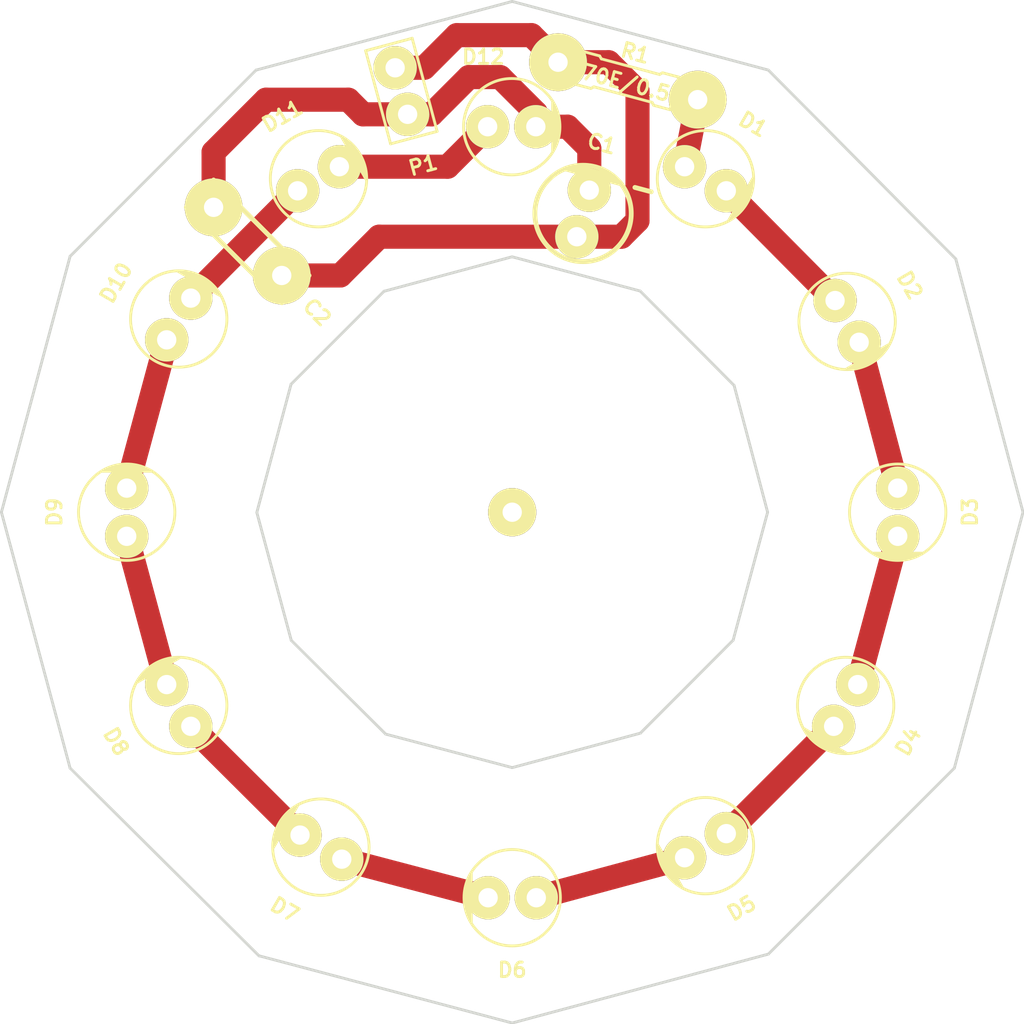
<source format=kicad_pcb>
(kicad_pcb (version 3) (host pcbnew "(2013-03-15 BZR 4003)-stable")

  (general
    (links 18)
    (no_connects 0)
    (area 74.600999 74.600999 128.599001 128.599001)
    (thickness 1.6)
    (drawings 39)
    (tracks 39)
    (zones 0)
    (modules 17)
    (nets 15)
  )

  (page A3)
  (layers
    (15 F.Cu signal)
    (0 B.Cu signal)
    (16 B.Adhes user)
    (17 F.Adhes user)
    (18 B.Paste user)
    (19 F.Paste user)
    (20 B.SilkS user)
    (21 F.SilkS user)
    (22 B.Mask user)
    (23 F.Mask user)
    (24 Dwgs.User user)
    (25 Cmts.User user)
    (26 Eco1.User user)
    (27 Eco2.User user)
    (28 Edge.Cuts user)
  )

  (setup
    (last_trace_width 0.254)
    (user_trace_width 0.254)
    (user_trace_width 0.381)
    (user_trace_width 0.508)
    (user_trace_width 0.762)
    (trace_clearance 0.254)
    (zone_clearance 0.508)
    (zone_45_only yes)
    (trace_min 0.254)
    (segment_width 0.1524)
    (edge_width 0.1524)
    (via_size 0.889)
    (via_drill 0.635)
    (via_min_size 0.889)
    (via_min_drill 0.508)
    (uvia_size 0.508)
    (uvia_drill 0.127)
    (uvias_allowed no)
    (uvia_min_size 0.508)
    (uvia_min_drill 0.127)
    (pcb_text_width 0.3048)
    (pcb_text_size 0.762 0.762)
    (mod_edge_width 0.1524)
    (mod_text_size 0.762 0.762)
    (mod_text_width 0.1524)
    (pad_size 2.286 2.286)
    (pad_drill 1.016)
    (pad_to_mask_clearance 0)
    (aux_axis_origin 101.6 101.6)
    (visible_elements 7FFFF7BF)
    (pcbplotparams
      (layerselection 268468224)
      (usegerberextensions true)
      (excludeedgelayer false)
      (linewidth 152400)
      (plotframeref false)
      (viasonmask false)
      (mode 1)
      (useauxorigin true)
      (hpglpennumber 1)
      (hpglpenspeed 20)
      (hpglpendiameter 15)
      (hpglpenoverlay 2)
      (psnegative false)
      (psa4output false)
      (plotreference true)
      (plotvalue true)
      (plotothertext true)
      (plotinvisibletext false)
      (padsonsilk false)
      (subtractmaskfromsilk false)
      (outputformat 1)
      (mirror false)
      (drillshape 0)
      (scaleselection 1)
      (outputdirectory Illum_Gerb/))
  )

  (net 0 "")
  (net 1 /+48V)
  (net 2 /GND)
  (net 3 N-000001)
  (net 4 N-0000010)
  (net 5 N-0000011)
  (net 6 N-0000012)
  (net 7 N-0000013)
  (net 8 N-0000014)
  (net 9 N-000002)
  (net 10 N-000003)
  (net 11 N-000004)
  (net 12 N-000006)
  (net 13 N-000008)
  (net 14 N-000009)

  (net_class Default "This is the default net class."
    (clearance 0.254)
    (trace_width 0.254)
    (via_dia 0.889)
    (via_drill 0.635)
    (uvia_dia 0.508)
    (uvia_drill 0.127)
    (add_net "")
  )

  (net_class 15mil ""
    (clearance 0.254)
    (trace_width 0.381)
    (via_dia 0.889)
    (via_drill 0.635)
    (uvia_dia 0.508)
    (uvia_drill 0.127)
  )

  (net_class 20mil ""
    (clearance 0.254)
    (trace_width 0.508)
    (via_dia 0.889)
    (via_drill 0.635)
    (uvia_dia 0.508)
    (uvia_drill 0.127)
  )

  (net_class 30mil ""
    (clearance 0.254)
    (trace_width 0.762)
    (via_dia 0.889)
    (via_drill 0.635)
    (uvia_dia 0.508)
    (uvia_drill 0.127)
  )

  (net_class 50mil ""
    (clearance 0.254)
    (trace_width 1.27)
    (via_dia 0.889)
    (via_drill 0.635)
    (uvia_dia 0.508)
    (uvia_drill 0.127)
    (add_net /+48V)
    (add_net /GND)
    (add_net N-000001)
    (add_net N-0000010)
    (add_net N-0000011)
    (add_net N-0000012)
    (add_net N-0000013)
    (add_net N-0000014)
    (add_net N-000002)
    (add_net N-000003)
    (add_net N-000004)
    (add_net N-000006)
    (add_net N-000008)
    (add_net N-000009)
  )

  (net_class 80mil ""
    (clearance 0.254)
    (trace_width 2.032)
    (via_dia 0.889)
    (via_drill 0.635)
    (uvia_dia 0.508)
    (uvia_drill 0.127)
  )

  (module 1pin (layer F.Cu) (tedit 51A9951D) (tstamp 51A855AB)
    (at 101.6 101.6)
    (fp_text reference 1pin (at 0 0.508) (layer F.SilkS) hide
      (effects (font (size 0.762 0.762) (thickness 0.1524)))
    )
    (fp_text value VAL** (at 0 -0.508) (layer F.SilkS) hide
      (effects (font (size 0.762 0.762) (thickness 0.1524)))
    )
    (pad 1 thru_hole circle (at 0 0) (size 2.54 2.54) (drill 1.016)
      (layers *.Cu *.Mask F.SilkS)
    )
  )

  (module cnp_7.5mm_disc (layer F.Cu) (tedit 51B59EB9) (tstamp 51A0A6B4)
    (at 87.6554 87.3252 135)
    (descr "7.5mm disc ceramic capacitor")
    (tags C)
    (path /51A09D50)
    (fp_text reference C2 (at -5.226509 -0.053882 135) (layer F.SilkS)
      (effects (font (size 0.762 0.762) (thickness 0.1524)))
    )
    (fp_text value 10nF/63V (at 0 -2.286 135) (layer F.SilkS) hide
      (effects (font (size 0.762 0.762) (thickness 0.1524)))
    )
    (fp_line (start -3.556 -1.016) (end -3.556 1.016) (layer F.SilkS) (width 0.24892))
    (fp_line (start -3.556 1.016) (end 3.556 1.016) (layer F.SilkS) (width 0.24892))
    (fp_line (start 3.556 1.016) (end 3.556 -1.016) (layer F.SilkS) (width 0.24892))
    (fp_line (start 3.556 -1.016) (end -3.556 -1.016) (layer F.SilkS) (width 0.24892))
    (pad 1 thru_hole circle (at -2.54 0 135) (size 3.048 3.048) (drill 1.016)
      (layers *.Cu *.Mask F.SilkS)
      (net 1 /+48V)
    )
    (pad 2 thru_hole circle (at 2.54 0 135) (size 3.048 3.048) (drill 1.016)
      (layers *.Cu *.Mask F.SilkS)
      (net 2 /GND)
    )
    (model discret/capacitor/cnp_7.5mm_disc.wrl
      (at (xyz 0 0 0))
      (scale (xyz 1 1 1))
      (rotate (xyz 0 0 0))
    )
  )

  (module CP_5x11mm (layer F.Cu) (tedit 51B59EBE) (tstamp 51A0AA7D)
    (at 105.3338 85.852 345)
    (descr "Capacitor, pol, cyl 5x11mm")
    (path /51A0AAAD)
    (fp_text reference C1 (at 0 -3.81 345) (layer F.SilkS)
      (effects (font (size 0.762 0.762) (thickness 0.1524)))
    )
    (fp_text value 100nF/63V (at 0 3.81 345) (layer F.SilkS) hide
      (effects (font (size 0.762 0.762) (thickness 0.1524)))
    )
    (fp_line (start 2.286 -2.032) (end 3.175 -2.032) (layer F.SilkS) (width 0.254))
    (fp_line (start 1.016 -2.286) (end -1.016 -2.286) (layer F.SilkS) (width 0.254))
    (fp_line (start -1.016 -2.286) (end -1.016 -2.159) (layer F.SilkS) (width 0.254))
    (fp_line (start -1.016 -2.159) (end 1.016 -2.159) (layer F.SilkS) (width 0.254))
    (fp_line (start -1.524 -2.032) (end 1.524 -2.032) (layer F.SilkS) (width 0.254))
    (fp_circle (center 0 0) (end -2.54 0) (layer F.SilkS) (width 0.254))
    (pad 1 thru_hole circle (at 0 1.27 345) (size 2.286 2.286) (drill 1.016)
      (layers *.Cu *.Mask F.SilkS)
      (net 1 /+48V)
    )
    (pad 2 thru_hole circle (at 0 -1.27 345) (size 2.286 2.286) (drill 1.016)
      (layers *.Cu *.Mask F.SilkS)
      (net 2 /GND)
    )
    (model discret/capacitor/cp_5x11mm.wrl
      (at (xyz 0 0 0))
      (scale (xyz 1 1 1))
      (rotate (xyz 0 0 0))
    )
  )

  (module RC03 (layer F.Cu) (tedit 51ADAC17) (tstamp 51A0A9B8)
    (at 107.696 78.867 345)
    (descr "Resistor, RC03")
    (tags R)
    (path /51A09C36)
    (autoplace_cost180 10)
    (attr smd)
    (fp_text reference R1 (at 0 -1.524 345) (layer F.SilkS)
      (effects (font (size 0.762 0.762) (thickness 0.1524)))
    )
    (fp_text value 470E/0.5W (at 0 0.127 345) (layer F.SilkS)
      (effects (font (size 0.762 0.762) (thickness 0.1524)))
    )
    (fp_line (start 2.54 -0.889) (end 2.54 0.889) (layer F.SilkS) (width 0.15))
    (fp_line (start -2.667 0.889) (end -2.667 -0.889) (layer F.SilkS) (width 0.15))
    (fp_line (start 1.524 0.762) (end -1.651 0.762) (layer F.SilkS) (width 0.15))
    (fp_line (start -1.651 -0.762) (end 1.524 -0.762) (layer F.SilkS) (width 0.15))
    (fp_line (start 2.54 0) (end 3.048 0) (layer F.SilkS) (width 0.15))
    (fp_line (start -2.667 0) (end -3.048 0) (layer F.SilkS) (width 0.15))
    (fp_line (start -1.778 -0.889) (end -2.667 -0.889) (layer F.SilkS) (width 0.15))
    (fp_line (start -1.651 -0.762) (end -1.778 -0.889) (layer F.SilkS) (width 0.15))
    (fp_line (start 1.651 -0.889) (end 1.524 -0.762) (layer F.SilkS) (width 0.15))
    (fp_line (start 2.54 -0.889) (end 1.651 -0.889) (layer F.SilkS) (width 0.15))
    (fp_line (start 1.651 0.889) (end 2.54 0.889) (layer F.SilkS) (width 0.15))
    (fp_line (start 1.524 0.762) (end 1.651 0.889) (layer F.SilkS) (width 0.15))
    (fp_line (start -1.778 0.889) (end -1.651 0.762) (layer F.SilkS) (width 0.15))
    (fp_line (start -2.667 0.889) (end -1.778 0.889) (layer F.SilkS) (width 0.15))
    (pad 1 thru_hole circle (at -3.81 -0.000001 345) (size 3.048 3.048) (drill 1.016)
      (layers *.Cu *.Mask F.SilkS)
      (net 1 /+48V)
    )
    (pad 2 thru_hole circle (at 3.81 0.000001 345) (size 3.048 3.048) (drill 1.016)
      (layers *.Cu *.Mask F.SilkS)
      (net 3 N-000001)
    )
    (model BatMon_Libs/BatMon_3D/rc03.wrl
      (at (xyz 0 0 0))
      (scale (xyz 1 1 1))
      (rotate (xyz 0 0 0))
    )
  )

  (module SIL-2 (layer F.Cu) (tedit 51B59E9F) (tstamp 51A0B0DC)
    (at 95.758 79.4004 285)
    (descr "Connecteurs 2 pins")
    (tags "CONN DEV")
    (path /51A09C5E)
    (fp_text reference P1 (at 4.074146 -0.091657 375) (layer F.SilkS)
      (effects (font (size 0.762 0.762) (thickness 0.1524)))
    )
    (fp_text value 48V_DC (at 0 -2.54 285) (layer F.SilkS) hide
      (effects (font (size 0.762 0.762) (thickness 0.1524)))
    )
    (fp_line (start -2.54 -1.27) (end -2.54 1.27) (layer F.SilkS) (width 0.15))
    (fp_line (start -2.54 1.27) (end 2.54 1.27) (layer F.SilkS) (width 0.15))
    (fp_line (start 2.54 1.27) (end 2.54 -1.27) (layer F.SilkS) (width 0.15))
    (fp_line (start 2.54 -1.27) (end -2.54 -1.27) (layer F.SilkS) (width 0.15))
    (pad 1 thru_hole circle (at -1.27 0 285) (size 2.286 2.286) (drill 1.016)
      (layers *.Cu *.Mask F.SilkS)
      (net 1 /+48V)
    )
    (pad 2 thru_hole circle (at 1.27 0 285) (size 2.286 2.286) (drill 1.016)
      (layers *.Cu *.Mask F.SilkS)
      (net 2 /GND)
    )
  )

  (module LED_5mm (layer F.Cu) (tedit 51B59E92) (tstamp 51A0A6DC)
    (at 111.7854 84.0232 330)
    (descr "Led verticale diam 6mm")
    (tags "LED DEV")
    (path /51A09B84)
    (fp_text reference D1 (at 0.742607 -3.742966 330) (layer F.SilkS)
      (effects (font (size 0.762 0.762) (thickness 0.1524)))
    )
    (fp_text value LED (at 0 -3.81 330) (layer F.SilkS) hide
      (effects (font (size 0.762 0.762) (thickness 0.1524)))
    )
    (fp_line (start 2.413 -0.635) (end 2.413 0.762) (layer F.SilkS) (width 0.15))
    (fp_line (start 2.286 -1.016) (end 2.286 1.016) (layer F.SilkS) (width 0.15))
    (fp_line (start 2.159 -1.27) (end 2.159 1.27) (layer F.SilkS) (width 0.15))
    (fp_circle (center 0 0) (end -2.54 0) (layer F.SilkS) (width 0.15))
    (pad 1 thru_hole circle (at -1.27 0 330) (size 2.286 2.286) (drill 1.016)
      (layers *.Cu *.Mask F.SilkS)
      (net 3 N-000001)
    )
    (pad 2 thru_hole circle (at 1.27 0 330) (size 2.286 2.286) (drill 1.016)
      (layers *.Cu *.Mask F.SilkS)
      (net 8 N-0000014)
    )
    (model discret/led5_vertical.wrl
      (at (xyz 0 0 0))
      (scale (xyz 1 1 1))
      (rotate (xyz 0 0 0))
    )
  )

  (module LED_5mm (layer F.Cu) (tedit 51ADAED4) (tstamp 51A0A6E6)
    (at 119.253 91.5416 300)
    (descr "Led verticale diam 6mm")
    (tags "LED DEV")
    (path /51A09B91)
    (fp_text reference D2 (at 0 -3.81 300) (layer F.SilkS)
      (effects (font (size 0.762 0.762) (thickness 0.1524)))
    )
    (fp_text value LED (at 0 -3.81 300) (layer F.SilkS) hide
      (effects (font (size 0.762 0.762) (thickness 0.1524)))
    )
    (fp_line (start 2.413 -0.635) (end 2.413 0.762) (layer F.SilkS) (width 0.15))
    (fp_line (start 2.286 -1.016) (end 2.286 1.016) (layer F.SilkS) (width 0.15))
    (fp_line (start 2.159 -1.27) (end 2.159 1.27) (layer F.SilkS) (width 0.15))
    (fp_circle (center 0 0) (end -2.54 0) (layer F.SilkS) (width 0.15))
    (pad 1 thru_hole circle (at -1.27 0 300) (size 2.286 2.286) (drill 1.016)
      (layers *.Cu *.Mask F.SilkS)
      (net 8 N-0000014)
    )
    (pad 2 thru_hole circle (at 1.27 0 300) (size 2.286 2.286) (drill 1.016)
      (layers *.Cu *.Mask F.SilkS)
      (net 7 N-0000013)
    )
    (model discret/led5_vertical.wrl
      (at (xyz 0 0 0))
      (scale (xyz 1 1 1))
      (rotate (xyz 0 0 0))
    )
  )

  (module LED_5mm (layer F.Cu) (tedit 51ADAED4) (tstamp 51A0A6F0)
    (at 121.92 101.6 270)
    (descr "Led verticale diam 6mm")
    (tags "LED DEV")
    (path /51A09B97)
    (fp_text reference D3 (at 0 -3.81 270) (layer F.SilkS)
      (effects (font (size 0.762 0.762) (thickness 0.1524)))
    )
    (fp_text value LED (at 0 -3.81 270) (layer F.SilkS) hide
      (effects (font (size 0.762 0.762) (thickness 0.1524)))
    )
    (fp_line (start 2.413 -0.635) (end 2.413 0.762) (layer F.SilkS) (width 0.15))
    (fp_line (start 2.286 -1.016) (end 2.286 1.016) (layer F.SilkS) (width 0.15))
    (fp_line (start 2.159 -1.27) (end 2.159 1.27) (layer F.SilkS) (width 0.15))
    (fp_circle (center 0 0) (end -2.54 0) (layer F.SilkS) (width 0.15))
    (pad 1 thru_hole circle (at -1.27 0 270) (size 2.286 2.286) (drill 1.016)
      (layers *.Cu *.Mask F.SilkS)
      (net 7 N-0000013)
    )
    (pad 2 thru_hole circle (at 1.27 0 270) (size 2.286 2.286) (drill 1.016)
      (layers *.Cu *.Mask F.SilkS)
      (net 6 N-0000012)
    )
    (model discret/led5_vertical.wrl
      (at (xyz 0 0 0))
      (scale (xyz 1 1 1))
      (rotate (xyz 0 0 0))
    )
  )

  (module LED_5mm (layer F.Cu) (tedit 51ADAED4) (tstamp 51A0A6FA)
    (at 119.1768 111.7854 240)
    (descr "Led verticale diam 6mm")
    (tags "LED DEV")
    (path /51A09B9D)
    (fp_text reference D4 (at 0 -3.81 240) (layer F.SilkS)
      (effects (font (size 0.762 0.762) (thickness 0.1524)))
    )
    (fp_text value LED (at 0 -3.81 240) (layer F.SilkS) hide
      (effects (font (size 0.762 0.762) (thickness 0.1524)))
    )
    (fp_line (start 2.413 -0.635) (end 2.413 0.762) (layer F.SilkS) (width 0.15))
    (fp_line (start 2.286 -1.016) (end 2.286 1.016) (layer F.SilkS) (width 0.15))
    (fp_line (start 2.159 -1.27) (end 2.159 1.27) (layer F.SilkS) (width 0.15))
    (fp_circle (center 0 0) (end -2.54 0) (layer F.SilkS) (width 0.15))
    (pad 1 thru_hole circle (at -1.27 0 240) (size 2.286 2.286) (drill 1.016)
      (layers *.Cu *.Mask F.SilkS)
      (net 6 N-0000012)
    )
    (pad 2 thru_hole circle (at 1.27 0 240) (size 2.286 2.286) (drill 1.016)
      (layers *.Cu *.Mask F.SilkS)
      (net 5 N-0000011)
    )
    (model discret/led5_vertical.wrl
      (at (xyz 0 0 0))
      (scale (xyz 1 1 1))
      (rotate (xyz 0 0 0))
    )
  )

  (module LED_5mm (layer F.Cu) (tedit 51ADAED4) (tstamp 51A0A704)
    (at 111.7854 119.1768 210)
    (descr "Led verticale diam 6mm")
    (tags "LED DEV")
    (path /51A09BA3)
    (fp_text reference D5 (at 0 -3.81 210) (layer F.SilkS)
      (effects (font (size 0.762 0.762) (thickness 0.1524)))
    )
    (fp_text value LED (at 0 -3.81 210) (layer F.SilkS) hide
      (effects (font (size 0.762 0.762) (thickness 0.1524)))
    )
    (fp_line (start 2.413 -0.635) (end 2.413 0.762) (layer F.SilkS) (width 0.15))
    (fp_line (start 2.286 -1.016) (end 2.286 1.016) (layer F.SilkS) (width 0.15))
    (fp_line (start 2.159 -1.27) (end 2.159 1.27) (layer F.SilkS) (width 0.15))
    (fp_circle (center 0 0) (end -2.54 0) (layer F.SilkS) (width 0.15))
    (pad 1 thru_hole circle (at -1.27 0 210) (size 2.286 2.286) (drill 1.016)
      (layers *.Cu *.Mask F.SilkS)
      (net 5 N-0000011)
    )
    (pad 2 thru_hole circle (at 1.27 0 210) (size 2.286 2.286) (drill 1.016)
      (layers *.Cu *.Mask F.SilkS)
      (net 11 N-000004)
    )
    (model discret/led5_vertical.wrl
      (at (xyz 0 0 0))
      (scale (xyz 1 1 1))
      (rotate (xyz 0 0 0))
    )
  )

  (module LED_5mm (layer F.Cu) (tedit 51ADAED4) (tstamp 51A0A70E)
    (at 101.6 121.92 180)
    (descr "Led verticale diam 6mm")
    (tags "LED DEV")
    (path /51A09BA9)
    (fp_text reference D6 (at 0 -3.81 180) (layer F.SilkS)
      (effects (font (size 0.762 0.762) (thickness 0.1524)))
    )
    (fp_text value LED (at 0 -3.81 180) (layer F.SilkS) hide
      (effects (font (size 0.762 0.762) (thickness 0.1524)))
    )
    (fp_line (start 2.413 -0.635) (end 2.413 0.762) (layer F.SilkS) (width 0.15))
    (fp_line (start 2.286 -1.016) (end 2.286 1.016) (layer F.SilkS) (width 0.15))
    (fp_line (start 2.159 -1.27) (end 2.159 1.27) (layer F.SilkS) (width 0.15))
    (fp_circle (center 0 0) (end -2.54 0) (layer F.SilkS) (width 0.15))
    (pad 1 thru_hole circle (at -1.27 0 180) (size 2.286 2.286) (drill 1.016)
      (layers *.Cu *.Mask F.SilkS)
      (net 11 N-000004)
    )
    (pad 2 thru_hole circle (at 1.27 0 180) (size 2.286 2.286) (drill 1.016)
      (layers *.Cu *.Mask F.SilkS)
      (net 9 N-000002)
    )
    (model discret/led5_vertical.wrl
      (at (xyz 0 0 0))
      (scale (xyz 1 1 1))
      (rotate (xyz 0 0 0))
    )
  )

  (module LED_5mm (layer F.Cu) (tedit 51ADAED4) (tstamp 51A0A718)
    (at 91.5162 119.253 150)
    (descr "Led verticale diam 6mm")
    (tags "LED DEV")
    (path /51A09BAF)
    (fp_text reference D7 (at 0 -3.81 150) (layer F.SilkS)
      (effects (font (size 0.762 0.762) (thickness 0.1524)))
    )
    (fp_text value LED (at 0 -3.81 150) (layer F.SilkS) hide
      (effects (font (size 0.762 0.762) (thickness 0.1524)))
    )
    (fp_line (start 2.413 -0.635) (end 2.413 0.762) (layer F.SilkS) (width 0.15))
    (fp_line (start 2.286 -1.016) (end 2.286 1.016) (layer F.SilkS) (width 0.15))
    (fp_line (start 2.159 -1.27) (end 2.159 1.27) (layer F.SilkS) (width 0.15))
    (fp_circle (center 0 0) (end -2.54 0) (layer F.SilkS) (width 0.15))
    (pad 1 thru_hole circle (at -1.27 0 150) (size 2.286 2.286) (drill 1.016)
      (layers *.Cu *.Mask F.SilkS)
      (net 9 N-000002)
    )
    (pad 2 thru_hole circle (at 1.27 0 150) (size 2.286 2.286) (drill 1.016)
      (layers *.Cu *.Mask F.SilkS)
      (net 14 N-000009)
    )
    (model discret/led5_vertical.wrl
      (at (xyz 0 0 0))
      (scale (xyz 1 1 1))
      (rotate (xyz 0 0 0))
    )
  )

  (module LED_5mm (layer F.Cu) (tedit 51ADAED4) (tstamp 51A0A722)
    (at 84.0232 111.7854 120)
    (descr "Led verticale diam 6mm")
    (tags "LED DEV")
    (path /51A09BB5)
    (fp_text reference D8 (at 0 -3.81 120) (layer F.SilkS)
      (effects (font (size 0.762 0.762) (thickness 0.1524)))
    )
    (fp_text value LED (at 0 -3.81 120) (layer F.SilkS) hide
      (effects (font (size 0.762 0.762) (thickness 0.1524)))
    )
    (fp_line (start 2.413 -0.635) (end 2.413 0.762) (layer F.SilkS) (width 0.15))
    (fp_line (start 2.286 -1.016) (end 2.286 1.016) (layer F.SilkS) (width 0.15))
    (fp_line (start 2.159 -1.27) (end 2.159 1.27) (layer F.SilkS) (width 0.15))
    (fp_circle (center 0 0) (end -2.54 0) (layer F.SilkS) (width 0.15))
    (pad 1 thru_hole circle (at -1.27 0 120) (size 2.286 2.286) (drill 1.016)
      (layers *.Cu *.Mask F.SilkS)
      (net 14 N-000009)
    )
    (pad 2 thru_hole circle (at 1.27 0 120) (size 2.286 2.286) (drill 1.016)
      (layers *.Cu *.Mask F.SilkS)
      (net 13 N-000008)
    )
    (model discret/led5_vertical.wrl
      (at (xyz 0 0 0))
      (scale (xyz 1 1 1))
      (rotate (xyz 0 0 0))
    )
  )

  (module LED_5mm (layer F.Cu) (tedit 51ADAED4) (tstamp 51A0A72C)
    (at 81.28 101.6 90)
    (descr "Led verticale diam 6mm")
    (tags "LED DEV")
    (path /51A09BBB)
    (fp_text reference D9 (at 0 -3.81 90) (layer F.SilkS)
      (effects (font (size 0.762 0.762) (thickness 0.1524)))
    )
    (fp_text value LED (at 0 -3.81 90) (layer F.SilkS) hide
      (effects (font (size 0.762 0.762) (thickness 0.1524)))
    )
    (fp_line (start 2.413 -0.635) (end 2.413 0.762) (layer F.SilkS) (width 0.15))
    (fp_line (start 2.286 -1.016) (end 2.286 1.016) (layer F.SilkS) (width 0.15))
    (fp_line (start 2.159 -1.27) (end 2.159 1.27) (layer F.SilkS) (width 0.15))
    (fp_circle (center 0 0) (end -2.54 0) (layer F.SilkS) (width 0.15))
    (pad 1 thru_hole circle (at -1.27 0 90) (size 2.286 2.286) (drill 1.016)
      (layers *.Cu *.Mask F.SilkS)
      (net 13 N-000008)
    )
    (pad 2 thru_hole circle (at 1.27 0 90) (size 2.286 2.286) (drill 1.016)
      (layers *.Cu *.Mask F.SilkS)
      (net 4 N-0000010)
    )
    (model discret/led5_vertical.wrl
      (at (xyz 0 0 0))
      (scale (xyz 1 1 1))
      (rotate (xyz 0 0 0))
    )
  )

  (module LED_5mm (layer F.Cu) (tedit 51ADAED4) (tstamp 51A0A736)
    (at 84.0232 91.4146 60)
    (descr "Led verticale diam 6mm")
    (tags "LED DEV")
    (path /51A09BC1)
    (fp_text reference D10 (at 0 -3.81 60) (layer F.SilkS)
      (effects (font (size 0.762 0.762) (thickness 0.1524)))
    )
    (fp_text value LED (at 0 -3.81 60) (layer F.SilkS) hide
      (effects (font (size 0.762 0.762) (thickness 0.1524)))
    )
    (fp_line (start 2.413 -0.635) (end 2.413 0.762) (layer F.SilkS) (width 0.15))
    (fp_line (start 2.286 -1.016) (end 2.286 1.016) (layer F.SilkS) (width 0.15))
    (fp_line (start 2.159 -1.27) (end 2.159 1.27) (layer F.SilkS) (width 0.15))
    (fp_circle (center 0 0) (end -2.54 0) (layer F.SilkS) (width 0.15))
    (pad 1 thru_hole circle (at -1.27 0 60) (size 2.286 2.286) (drill 1.016)
      (layers *.Cu *.Mask F.SilkS)
      (net 4 N-0000010)
    )
    (pad 2 thru_hole circle (at 1.27 0 60) (size 2.286 2.286) (drill 1.016)
      (layers *.Cu *.Mask F.SilkS)
      (net 12 N-000006)
    )
    (model discret/led5_vertical.wrl
      (at (xyz 0 0 0))
      (scale (xyz 1 1 1))
      (rotate (xyz 0 0 0))
    )
  )

  (module LED_5mm (layer F.Cu) (tedit 51ADAED4) (tstamp 51A0A740)
    (at 91.3892 84.0232 30)
    (descr "Led verticale diam 6mm")
    (tags "LED DEV")
    (path /51A09BC7)
    (fp_text reference D11 (at 0 -3.81 30) (layer F.SilkS)
      (effects (font (size 0.762 0.762) (thickness 0.1524)))
    )
    (fp_text value LED (at 0 -3.81 30) (layer F.SilkS) hide
      (effects (font (size 0.762 0.762) (thickness 0.1524)))
    )
    (fp_line (start 2.413 -0.635) (end 2.413 0.762) (layer F.SilkS) (width 0.15))
    (fp_line (start 2.286 -1.016) (end 2.286 1.016) (layer F.SilkS) (width 0.15))
    (fp_line (start 2.159 -1.27) (end 2.159 1.27) (layer F.SilkS) (width 0.15))
    (fp_circle (center 0 0) (end -2.54 0) (layer F.SilkS) (width 0.15))
    (pad 1 thru_hole circle (at -1.27 0 30) (size 2.286 2.286) (drill 1.016)
      (layers *.Cu *.Mask F.SilkS)
      (net 12 N-000006)
    )
    (pad 2 thru_hole circle (at 1.27 0 30) (size 2.286 2.286) (drill 1.016)
      (layers *.Cu *.Mask F.SilkS)
      (net 10 N-000003)
    )
    (model discret/led5_vertical.wrl
      (at (xyz 0 0 0))
      (scale (xyz 1 1 1))
      (rotate (xyz 0 0 0))
    )
  )

  (module LED_5mm (layer F.Cu) (tedit 51B59EA8) (tstamp 51A0A74A)
    (at 101.5746 81.28)
    (descr "Led verticale diam 6mm")
    (tags "LED DEV")
    (path /51A09BCD)
    (fp_text reference D12 (at -1.4986 -3.683) (layer F.SilkS)
      (effects (font (size 0.762 0.762) (thickness 0.1524)))
    )
    (fp_text value LED (at 0 -3.81) (layer F.SilkS) hide
      (effects (font (size 0.762 0.762) (thickness 0.1524)))
    )
    (fp_line (start 2.413 -0.635) (end 2.413 0.762) (layer F.SilkS) (width 0.15))
    (fp_line (start 2.286 -1.016) (end 2.286 1.016) (layer F.SilkS) (width 0.15))
    (fp_line (start 2.159 -1.27) (end 2.159 1.27) (layer F.SilkS) (width 0.15))
    (fp_circle (center 0 0) (end -2.54 0) (layer F.SilkS) (width 0.15))
    (pad 1 thru_hole circle (at -1.27 0) (size 2.286 2.286) (drill 1.016)
      (layers *.Cu *.Mask F.SilkS)
      (net 10 N-000003)
    )
    (pad 2 thru_hole circle (at 1.27 0) (size 2.286 2.286) (drill 1.016)
      (layers *.Cu *.Mask F.SilkS)
      (net 2 /GND)
    )
    (model discret/led5_vertical.wrl
      (at (xyz 0 0 0))
      (scale (xyz 1 1 1))
      (rotate (xyz 0 0 0))
    )
  )

  (gr_line (start 88.0999 78.2955) (end 101.6 74.676) (angle 90) (layer Edge.Cuts) (width 0.15))
  (gr_line (start 78.2955 88.1126) (end 88.0999 78.2955) (angle 90) (layer Edge.Cuts) (width 0.15))
  (gr_line (start 74.676 101.6) (end 78.2955 88.1126) (angle 90) (layer Edge.Cuts) (width 0.15) (tstamp 51A85DF5))
  (gr_line (start 78.2955 115.0874) (end 74.676 101.6) (angle 90) (layer Edge.Cuts) (width 0.15) (tstamp 51A85DF4))
  (gr_line (start 88.2523 124.9807) (end 78.2955 115.0874) (angle 90) (layer Edge.Cuts) (width 0.15))
  (gr_line (start 101.6 128.524) (end 88.2523 124.9807) (angle 90) (layer Edge.Cuts) (width 0.15))
  (gr_line (start 115.1001 124.8918) (end 101.6 128.524) (angle 90) (layer Edge.Cuts) (width 0.15))
  (gr_line (start 124.9045 115.0874) (end 115.1001 124.8918) (angle 90) (layer Edge.Cuts) (width 0.15))
  (gr_line (start 128.524 101.6) (end 124.9045 115.0874) (angle 90) (layer Edge.Cuts) (width 0.15))
  (gr_line (start 124.9807 88.2523) (end 128.524 101.6) (angle 90) (layer Edge.Cuts) (width 0.15))
  (gr_line (start 115.1001 78.2955) (end 124.9807 88.2523) (angle 90) (layer Edge.Cuts) (width 0.15))
  (gr_line (start 101.6 74.676) (end 115.1001 78.2955) (angle 90) (layer Edge.Cuts) (width 0.15))
  (gr_line (start 94.8436 89.9541) (end 101.5873 88.138) (angle 90) (layer Edge.Cuts) (width 0.15))
  (gr_line (start 89.9414 94.8563) (end 94.8436 89.9541) (angle 90) (layer Edge.Cuts) (width 0.15) (tstamp 51A85DF2))
  (gr_line (start 88.138 101.6127) (end 89.9414 94.8563) (angle 90) (layer Edge.Cuts) (width 0.15) (tstamp 51A85DF3))
  (gr_line (start 89.9541 108.3564) (end 88.138 101.6127) (angle 90) (layer Edge.Cuts) (width 0.15))
  (gr_line (start 94.9325 113.2967) (end 89.9541 108.3564) (angle 90) (layer Edge.Cuts) (width 0.15))
  (gr_line (start 101.6 115.062) (end 94.9325 113.2967) (angle 90) (layer Edge.Cuts) (width 0.15))
  (gr_line (start 108.3564 113.2459) (end 101.6 115.062) (angle 90) (layer Edge.Cuts) (width 0.15))
  (gr_line (start 113.2459 108.3437) (end 108.3564 113.2459) (angle 90) (layer Edge.Cuts) (width 0.15))
  (gr_line (start 115.062 101.6) (end 113.2459 108.3437) (angle 90) (layer Edge.Cuts) (width 0.15))
  (gr_line (start 113.2967 94.9198) (end 115.062 101.6) (angle 90) (layer Edge.Cuts) (width 0.15))
  (gr_line (start 108.3437 89.9414) (end 113.2967 94.9198) (angle 90) (layer Edge.Cuts) (width 0.15))
  (gr_line (start 101.6 88.138) (end 108.3437 89.9414) (angle 90) (layer Edge.Cuts) (width 0.15))
  (gr_circle (center 101.6 101.6) (end 121.92 101.6) (layer Dwgs.User) (width 0.15))
  (gr_line (start 101.6 101.6) (end 124.841 115.062) (angle 90) (layer Dwgs.User) (width 0.15))
  (gr_line (start 101.6 101.6) (end 115.062 124.841) (angle 90) (layer Dwgs.User) (width 0.15))
  (gr_line (start 101.6 101.6) (end 78.359 115.062) (angle 90) (layer Dwgs.User) (width 0.15))
  (gr_line (start 101.6 101.6) (end 88.265 124.968) (angle 90) (layer Dwgs.User) (width 0.15))
  (gr_line (start 101.6 101.6) (end 78.359 88.138) (angle 90) (layer Dwgs.User) (width 0.15))
  (gr_line (start 101.6 101.6) (end 88.138 78.359) (angle 90) (layer Dwgs.User) (width 0.15))
  (gr_line (start 101.6 101.6) (end 124.968 88.265) (angle 90) (layer Dwgs.User) (width 0.15))
  (gr_line (start 101.6 101.6) (end 115.062 78.359) (angle 90) (layer Dwgs.User) (width 0.15))
  (gr_line (start 101.6 101.6) (end 74.676 101.6) (angle 90) (layer Dwgs.User) (width 0.15))
  (gr_line (start 101.6 101.6) (end 101.6 74.676) (angle 90) (layer Dwgs.User) (width 0.15))
  (gr_line (start 101.6 101.6) (end 128.524 101.6) (angle 90) (layer Dwgs.User) (width 0.15))
  (gr_line (start 101.6 101.6) (end 101.6 128.524) (angle 90) (layer Dwgs.User) (width 0.15))
  (gr_circle (center 101.6 101.6) (end 74.676 101.6) (layer Dwgs.User) (width 0.15))
  (gr_circle (center 101.6 101.6) (end 88.138 101.6) (layer Dwgs.User) (width 0.15))

  (segment (start 105.0051 87.078726) (end 107.358274 87.078726) (width 1.27) (layer F.Cu) (net 1))
  (segment (start 106.684499 77.880899) (end 104.015823 77.880899) (width 1.27) (layer F.Cu) (net 1) (tstamp 51ADAD82))
  (segment (start 108.204 79.4004) (end 106.684499 77.880899) (width 1.27) (layer F.Cu) (net 1) (tstamp 51ADAD81))
  (segment (start 108.204 86.233) (end 108.204 79.4004) (width 1.27) (layer F.Cu) (net 1) (tstamp 51ADAD80))
  (segment (start 107.358274 87.078726) (end 108.204 86.233) (width 1.27) (layer F.Cu) (net 1) (tstamp 51ADAD7F))
  (segment (start 89.451451 89.121251) (end 92.539549 89.121251) (width 1.27) (layer F.Cu) (net 1))
  (segment (start 94.582074 87.078726) (end 105.0051 87.078726) (width 1.27) (layer F.Cu) (net 1) (status 20))
  (segment (start 92.539549 89.121251) (end 94.582074 87.078726) (width 1.27) (layer F.Cu) (net 1) (tstamp 51ADAD62))
  (segment (start 104.015823 77.880899) (end 104.015823 77.853823) (width 1.27) (layer F.Cu) (net 1))
  (segment (start 104.015823 77.853823) (end 102.616 76.454) (width 1.27) (layer F.Cu) (net 1) (tstamp 51ADAD3D))
  (segment (start 102.616 76.454) (end 98.679 76.454) (width 1.27) (layer F.Cu) (net 1) (tstamp 51ADAD3E))
  (segment (start 98.679 76.454) (end 96.959326 78.173674) (width 1.27) (layer F.Cu) (net 1) (tstamp 51ADAD3F))
  (segment (start 96.959326 78.173674) (end 95.4293 78.173674) (width 1.27) (layer F.Cu) (net 1) (tstamp 51ADAD40))
  (segment (start 105.6625 84.625274) (end 105.6625 82.4215) (width 1.27) (layer F.Cu) (net 2))
  (segment (start 104.521 81.28) (end 102.8446 81.28) (width 1.27) (layer F.Cu) (net 2) (tstamp 51ADAD7C))
  (segment (start 105.6625 82.4215) (end 104.521 81.28) (width 1.27) (layer F.Cu) (net 2) (tstamp 51ADAD7B))
  (segment (start 85.859349 85.529149) (end 85.859349 82.618851) (width 1.27) (layer F.Cu) (net 2))
  (segment (start 93.733526 80.627126) (end 92.964 79.8576) (width 1.27) (layer F.Cu) (net 2) (tstamp 51ADAD4D))
  (segment (start 92.964 79.8576) (end 88.6206 79.8576) (width 1.27) (layer F.Cu) (net 2) (tstamp 51ADAD4E))
  (segment (start 93.733526 80.627126) (end 96.0867 80.627126) (width 1.27) (layer F.Cu) (net 2))
  (segment (start 85.859349 82.618851) (end 88.6206 79.8576) (width 1.27) (layer F.Cu) (net 2) (tstamp 51ADAD67))
  (segment (start 102.8446 81.28) (end 102.8446 80.5434) (width 1.27) (layer F.Cu) (net 2))
  (segment (start 97.350674 80.627126) (end 96.0867 80.627126) (width 1.27) (layer F.Cu) (net 2) (tstamp 51ADAD4A))
  (segment (start 99.314 78.6638) (end 97.350674 80.627126) (width 1.27) (layer F.Cu) (net 2) (tstamp 51ADAD49))
  (segment (start 100.965 78.6638) (end 99.314 78.6638) (width 1.27) (layer F.Cu) (net 2) (tstamp 51ADAD48))
  (segment (start 102.8446 80.5434) (end 100.965 78.6638) (width 1.27) (layer F.Cu) (net 2) (tstamp 51ADAD47))
  (segment (start 110.685548 83.3882) (end 111.376177 79.853101) (width 1.27) (layer F.Cu) (net 3) (tstamp 51A0B0B6) (status 30))
  (segment (start 81.28 100.33) (end 83.3882 92.514452) (width 1.27) (layer F.Cu) (net 4) (tstamp 51A0AE1B) (status 30))
  (segment (start 118.5418 112.885252) (end 112.885252 118.5418) (width 1.27) (layer F.Cu) (net 5) (tstamp 51A0AE0B) (status 30))
  (segment (start 121.92 102.87) (end 119.8118 110.685548) (width 1.27) (layer F.Cu) (net 6) (tstamp 51A0AE08) (status 30))
  (segment (start 119.888 92.641452) (end 121.92 100.33) (width 1.27) (layer F.Cu) (net 7) (tstamp 51A0AE05) (status 30))
  (segment (start 112.885252 84.6582) (end 118.618 90.441748) (width 1.27) (layer F.Cu) (net 8) (tstamp 51A0AE02) (status 30))
  (segment (start 100.33 121.92) (end 92.616052 119.888) (width 1.27) (layer F.Cu) (net 9) (tstamp 51A0AE11) (status 30))
  (segment (start 92.489052 83.3882) (end 98.1964 83.3882) (width 1.27) (layer F.Cu) (net 10))
  (segment (start 98.1964 83.3882) (end 100.3046 81.28) (width 1.27) (layer F.Cu) (net 10) (tstamp 51ADAD2A))
  (segment (start 110.685548 119.8118) (end 102.87 121.92) (width 1.27) (layer F.Cu) (net 11) (tstamp 51A0AE0E) (status 30))
  (segment (start 84.6582 90.314748) (end 90.289348 84.6582) (width 1.27) (layer F.Cu) (net 12) (tstamp 51A0AE1E) (status 30))
  (segment (start 83.3882 110.685548) (end 81.28 102.87) (width 1.27) (layer F.Cu) (net 13) (tstamp 51A0AE18) (status 30))
  (segment (start 90.416348 118.618) (end 84.6582 112.885252) (width 1.27) (layer F.Cu) (net 14) (tstamp 51A0AE15) (status 30))

)

</source>
